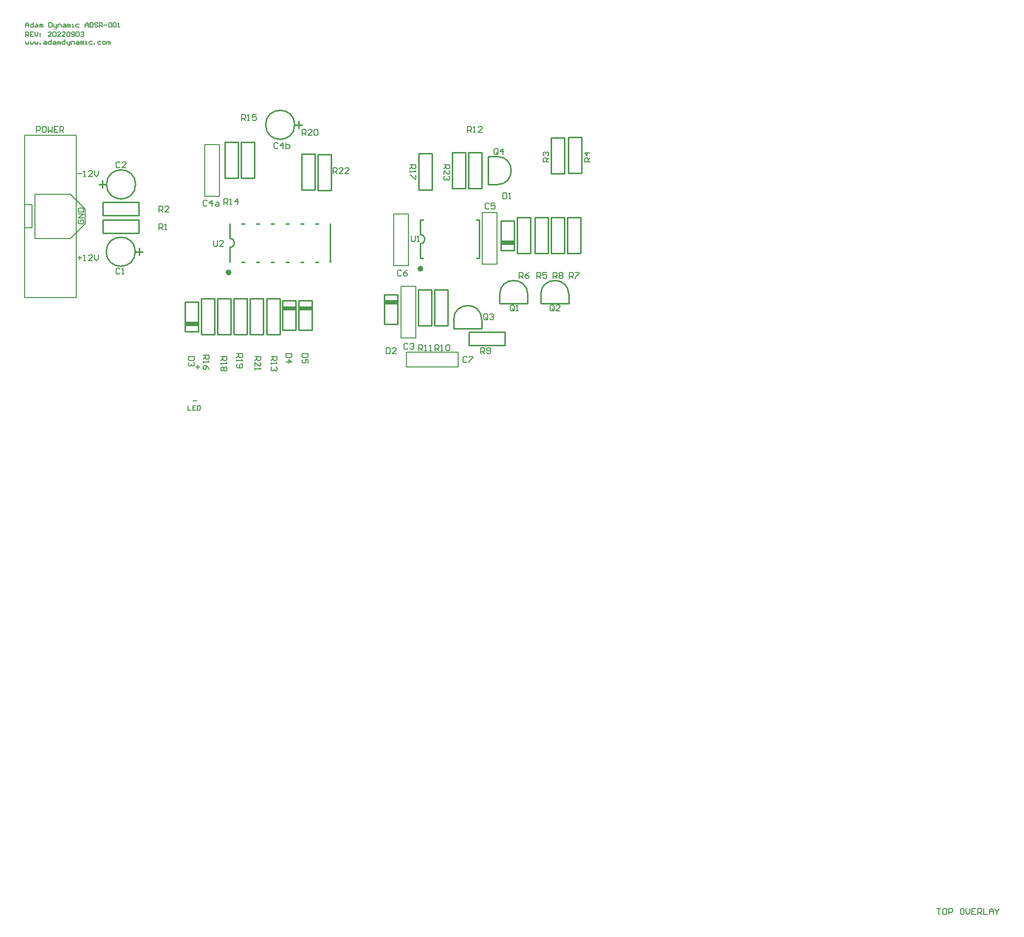
<source format=gto>
G04*
G04 #@! TF.GenerationSoftware,Altium Limited,Altium Designer,20.0.2 (26)*
G04*
G04 Layer_Color=65535*
%FSLAX43Y43*%
%MOMM*%
G71*
G01*
G75*
%ADD10C,0.508*%
%ADD11C,0.254*%
%ADD12C,0.200*%
%ADD13C,0.127*%
%ADD14C,0.150*%
D10*
X36068Y28448D02*
G03*
X36068Y28448I-254J0D01*
G01*
X69088Y29083D02*
G03*
X69088Y29083I-254J0D01*
G01*
D11*
X36068Y32766D02*
G03*
X36068Y34290I0J762D01*
G01*
X68834Y33401D02*
G03*
X68834Y34925I0J762D01*
G01*
X87297Y24641D02*
G03*
X82471Y24641I-2413J0D01*
G01*
X47204Y53848D02*
G03*
X47204Y53848I-2500J0D01*
G01*
X79375Y20320D02*
G03*
X74549Y20320I-2413J0D01*
G01*
X82042Y43561D02*
G03*
X82042Y48387I0J2413D01*
G01*
X19772Y32004D02*
G03*
X19772Y32004I-2500J0D01*
G01*
X19821Y43588D02*
G03*
X19821Y43588I-2500J0D01*
G01*
X94361Y24638D02*
G03*
X89535Y24638I-2413J0D01*
G01*
X84963Y32258D02*
Y37338D01*
X82677Y32258D02*
X84963D01*
X82677Y37338D02*
X84963D01*
X82677Y32258D02*
Y37338D01*
Y33846D02*
X84963D01*
X82677Y33591D02*
X84963D01*
X82677Y33338D02*
X84963D01*
X53340Y30226D02*
Y36830D01*
X48260Y30226D02*
X48768D01*
X50800D02*
X51308D01*
X43180D02*
X43688D01*
X45720D02*
X46228D01*
X38100D02*
X38608D01*
X40640D02*
X41148D01*
X48260Y36830D02*
X48768D01*
X50800D02*
X51308D01*
X43180D02*
X43688D01*
X45720D02*
X46228D01*
X40640D02*
X41148D01*
X38100D02*
X38608D01*
X36068Y34290D02*
Y36830D01*
Y30226D02*
Y32766D01*
X78994Y30861D02*
Y37465D01*
X68834Y30861D02*
X69342D01*
X78486D02*
X78994D01*
X78486Y37465D02*
X78994D01*
X68834D02*
X69342D01*
X68834Y34925D02*
Y37465D01*
Y30861D02*
Y33401D01*
X14172Y37472D02*
X20372D01*
Y35172D02*
Y37472D01*
X14172Y35172D02*
Y37472D01*
Y35172D02*
X20372D01*
X87297Y23117D02*
Y24641D01*
X82471Y23117D02*
Y24641D01*
Y23117D02*
X87297D01*
X47244Y53848D02*
X48514D01*
X47879Y53213D02*
Y54483D01*
X47879Y18542D02*
Y23622D01*
X50165D01*
X47879Y18542D02*
X50165D01*
Y23622D01*
X47879Y22035D02*
X50165D01*
X47879Y22288D02*
X50165D01*
X47879Y22542D02*
X50165D01*
X73540Y19252D02*
Y25452D01*
X71240Y19252D02*
X73540D01*
X71240Y25452D02*
X73540D01*
X71240Y19252D02*
Y25452D01*
X68446Y19252D02*
Y25452D01*
X70746D01*
X68446Y19252D02*
X70746D01*
Y25452D01*
X68573Y42691D02*
Y48891D01*
X70873D01*
X68573Y42691D02*
X70873D01*
Y48891D01*
X74549Y18796D02*
X79375D01*
X74549D02*
Y20320D01*
X79375Y18796D02*
Y20320D01*
X85464Y31698D02*
Y37898D01*
X87764D01*
X85464Y31698D02*
X87764D01*
Y37898D01*
X88512Y31698D02*
Y37898D01*
X90812D01*
X88512Y31698D02*
X90812D01*
Y37898D01*
X96595Y45551D02*
Y51751D01*
X94296Y45551D02*
X96595D01*
X94296Y51751D02*
X96596D01*
X94296Y45551D02*
Y51751D01*
X93606Y45414D02*
Y51614D01*
X91306Y45414D02*
X93606D01*
X91306Y51614D02*
X93606D01*
X91306Y45414D02*
Y51614D01*
X35172Y44652D02*
Y50852D01*
X37472D01*
X35172Y44652D02*
X37472D01*
Y50852D01*
X76588Y42874D02*
Y49074D01*
X74288Y42874D02*
X76588D01*
X74288Y49074D02*
X76588D01*
X74288Y42874D02*
Y49074D01*
X77082Y42874D02*
Y49074D01*
X79382D01*
X77082Y42874D02*
X79382D01*
Y49074D01*
X80518Y43561D02*
Y48387D01*
X82042D01*
X80518Y43561D02*
X82042D01*
X36696Y17728D02*
Y23928D01*
X38996D01*
X36696Y17728D02*
X38996D01*
Y23928D01*
X62611Y19558D02*
Y24638D01*
X64897D01*
X62611Y19558D02*
X64897D01*
Y24638D01*
X62611Y23051D02*
X64897D01*
X62611Y23305D02*
X64897D01*
X62611Y23559D02*
X64897D01*
X53474Y42552D02*
Y48752D01*
X51174Y42552D02*
X53474D01*
X51174Y48752D02*
X53474D01*
X51174Y42552D02*
Y48752D01*
X39490Y17728D02*
Y23928D01*
X41790D01*
X39490Y17728D02*
X41790D01*
Y23928D01*
X48380Y42620D02*
Y48820D01*
X50680D01*
X48380Y42620D02*
X50680D01*
Y48820D01*
X45085Y18542D02*
Y23622D01*
X47371D01*
X45085Y18542D02*
X47371D01*
Y23622D01*
X45085Y22035D02*
X47371D01*
X45085Y22288D02*
X47371D01*
X45085Y22542D02*
X47371D01*
X42343Y17728D02*
Y23928D01*
X44643D01*
X42343Y17728D02*
X44643D01*
Y23928D01*
X33902Y17728D02*
Y23928D01*
X36202D01*
X33902Y17728D02*
X36202D01*
Y23928D01*
X31108Y17728D02*
Y23928D01*
X33408D01*
X31108Y17728D02*
X33408D01*
Y23928D01*
X30607Y18288D02*
Y23368D01*
X28321Y18288D02*
X30607D01*
X28321Y23368D02*
X30607D01*
X28321Y18288D02*
Y23368D01*
Y19875D02*
X30607D01*
X28321Y19622D02*
X30607D01*
X28321Y19368D02*
X30607D01*
X20447Y31369D02*
Y32639D01*
X19812Y32004D02*
X21082D01*
X13511Y43588D02*
X14781D01*
X14146Y42953D02*
Y44223D01*
X14172Y38220D02*
X20372D01*
X14172D02*
Y40520D01*
X20372Y38220D02*
Y40520D01*
X14172D02*
X20372D01*
X77164Y18168D02*
X83364D01*
Y15868D02*
Y18168D01*
X77164Y15868D02*
Y18168D01*
Y15868D02*
X83364D01*
X89535Y23114D02*
X94361D01*
X89535D02*
Y24638D01*
X94361Y23114D02*
Y24638D01*
X91306Y31698D02*
Y37898D01*
X93606D01*
X91306Y31698D02*
X93606D01*
Y37898D01*
X94100Y31698D02*
Y37898D01*
X96400D01*
X94100Y31698D02*
X96400D01*
Y37898D01*
X40266Y44652D02*
Y50852D01*
X37966Y44652D02*
X40266D01*
X37966Y50852D02*
X40266D01*
X37966Y44652D02*
Y50852D01*
D12*
X79502Y29845D02*
Y38735D01*
Y29845D02*
X82042D01*
Y38735D01*
X79502D02*
X82042D01*
X68072Y17145D02*
Y26035D01*
X65532D02*
X68072D01*
X65532Y17145D02*
Y26035D01*
Y17145D02*
X68072D01*
X66421Y14732D02*
X75311D01*
X66421Y12192D02*
Y14732D01*
Y12192D02*
X75311D01*
Y14732D01*
X64262Y29591D02*
X66802D01*
X64262D02*
Y38481D01*
X66802D01*
Y29591D02*
Y38481D01*
X31750Y41529D02*
X34290D01*
X31750D02*
Y50419D01*
X34290D01*
Y41529D02*
Y50419D01*
D13*
X2540Y41910D02*
X6858D01*
X2540Y34290D02*
Y41910D01*
Y34290D02*
X8636D01*
X11176Y36830D01*
Y39370D01*
X8636Y41910D02*
X11176Y39370D01*
X6858Y41910D02*
X8636D01*
X754Y36100D02*
X2004D01*
Y40100D01*
X754D02*
X2004D01*
X9644Y24130D02*
Y52070D01*
X754D02*
X9644D01*
X754Y24130D02*
Y52070D01*
Y24130D02*
X9644D01*
D14*
X912Y70633D02*
Y71166D01*
X1179Y71432D01*
X1445Y71166D01*
Y70633D01*
Y71032D01*
X912D01*
X2245Y71432D02*
Y70633D01*
X1845D01*
X1712Y70766D01*
Y71032D01*
X1845Y71166D01*
X2245D01*
X2645D02*
X2911D01*
X3045Y71032D01*
Y70633D01*
X2645D01*
X2511Y70766D01*
X2645Y70899D01*
X3045D01*
X3311Y70633D02*
Y71166D01*
X3445D01*
X3578Y71032D01*
Y70633D01*
Y71032D01*
X3711Y71166D01*
X3844Y71032D01*
Y70633D01*
X4911Y71432D02*
Y70633D01*
X5311D01*
X5444Y70766D01*
Y71299D01*
X5311Y71432D01*
X4911D01*
X5710Y71166D02*
Y70766D01*
X5844Y70633D01*
X6244D01*
Y70499D01*
X6110Y70366D01*
X5977D01*
X6244Y70633D02*
Y71166D01*
X6510Y70633D02*
Y71166D01*
X6910D01*
X7043Y71032D01*
Y70633D01*
X7443Y71166D02*
X7710D01*
X7843Y71032D01*
Y70633D01*
X7443D01*
X7310Y70766D01*
X7443Y70899D01*
X7843D01*
X8110Y70633D02*
Y71166D01*
X8243D01*
X8376Y71032D01*
Y70633D01*
Y71032D01*
X8510Y71166D01*
X8643Y71032D01*
Y70633D01*
X8909D02*
X9176D01*
X9043D01*
Y71166D01*
X8909D01*
X10109D02*
X9709D01*
X9576Y71032D01*
Y70766D01*
X9709Y70633D01*
X10109D01*
X11175D02*
Y71166D01*
X11442Y71432D01*
X11709Y71166D01*
Y70633D01*
Y71032D01*
X11175D01*
X11975Y71432D02*
Y70633D01*
X12375D01*
X12508Y70766D01*
Y71299D01*
X12375Y71432D01*
X11975D01*
X13308Y71299D02*
X13175Y71432D01*
X12908D01*
X12775Y71299D01*
Y71166D01*
X12908Y71032D01*
X13175D01*
X13308Y70899D01*
Y70766D01*
X13175Y70633D01*
X12908D01*
X12775Y70766D01*
X13575Y70633D02*
Y71432D01*
X13974D01*
X14108Y71299D01*
Y71032D01*
X13974Y70899D01*
X13575D01*
X13841D02*
X14108Y70633D01*
X14374Y71032D02*
X14907D01*
X15174Y71299D02*
X15307Y71432D01*
X15574D01*
X15707Y71299D01*
Y70766D01*
X15574Y70633D01*
X15307D01*
X15174Y70766D01*
Y71299D01*
X15974D02*
X16107Y71432D01*
X16374D01*
X16507Y71299D01*
Y70766D01*
X16374Y70633D01*
X16107D01*
X15974Y70766D01*
Y71299D01*
X16774Y70633D02*
X17040D01*
X16907D01*
Y71432D01*
X16774Y71299D01*
X912Y69046D02*
Y69846D01*
X1312D01*
X1445Y69713D01*
Y69446D01*
X1312Y69313D01*
X912D01*
X1179D02*
X1445Y69046D01*
X2245Y69846D02*
X1712D01*
Y69046D01*
X2245D01*
X1712Y69446D02*
X1978D01*
X2511Y69846D02*
Y69313D01*
X2778Y69046D01*
X3045Y69313D01*
Y69846D01*
X3311Y69579D02*
X3445D01*
Y69446D01*
X3311D01*
Y69579D01*
Y69180D02*
X3445D01*
Y69046D01*
X3311D01*
Y69180D01*
X5311Y69046D02*
X4777D01*
X5311Y69579D01*
Y69713D01*
X5177Y69846D01*
X4911D01*
X4777Y69713D01*
X5577D02*
X5710Y69846D01*
X5977D01*
X6110Y69713D01*
Y69180D01*
X5977Y69046D01*
X5710D01*
X5577Y69180D01*
Y69713D01*
X6910Y69046D02*
X6377D01*
X6910Y69579D01*
Y69713D01*
X6777Y69846D01*
X6510D01*
X6377Y69713D01*
X7710Y69046D02*
X7177D01*
X7710Y69579D01*
Y69713D01*
X7577Y69846D01*
X7310D01*
X7177Y69713D01*
X7976D02*
X8110Y69846D01*
X8376D01*
X8510Y69713D01*
Y69180D01*
X8376Y69046D01*
X8110D01*
X7976Y69180D01*
Y69713D01*
X8776Y69180D02*
X8909Y69046D01*
X9176D01*
X9309Y69180D01*
Y69713D01*
X9176Y69846D01*
X8909D01*
X8776Y69713D01*
Y69579D01*
X8909Y69446D01*
X9309D01*
X9576Y69713D02*
X9709Y69846D01*
X9976D01*
X10109Y69713D01*
Y69180D01*
X9976Y69046D01*
X9709D01*
X9576Y69180D01*
Y69713D01*
X10376D02*
X10509Y69846D01*
X10775D01*
X10909Y69713D01*
Y69579D01*
X10775Y69446D01*
X10642D01*
X10775D01*
X10909Y69313D01*
Y69180D01*
X10775Y69046D01*
X10509D01*
X10376Y69180D01*
X912Y68260D02*
Y67860D01*
X1045Y67727D01*
X1179Y67860D01*
X1312Y67727D01*
X1445Y67860D01*
Y68260D01*
X1712D02*
Y67860D01*
X1845Y67727D01*
X1978Y67860D01*
X2112Y67727D01*
X2245Y67860D01*
Y68260D01*
X2511D02*
Y67860D01*
X2645Y67727D01*
X2778Y67860D01*
X2911Y67727D01*
X3045Y67860D01*
Y68260D01*
X3311Y67727D02*
Y67860D01*
X3445D01*
Y67727D01*
X3311D01*
X4111Y68260D02*
X4378D01*
X4511Y68126D01*
Y67727D01*
X4111D01*
X3978Y67860D01*
X4111Y67993D01*
X4511D01*
X5311Y68526D02*
Y67727D01*
X4911D01*
X4777Y67860D01*
Y68126D01*
X4911Y68260D01*
X5311D01*
X5710D02*
X5977D01*
X6110Y68126D01*
Y67727D01*
X5710D01*
X5577Y67860D01*
X5710Y67993D01*
X6110D01*
X6377Y67727D02*
Y68260D01*
X6510D01*
X6643Y68126D01*
Y67727D01*
Y68126D01*
X6777Y68260D01*
X6910Y68126D01*
Y67727D01*
X7710Y68526D02*
Y67727D01*
X7310D01*
X7177Y67860D01*
Y68126D01*
X7310Y68260D01*
X7710D01*
X7976D02*
Y67860D01*
X8110Y67727D01*
X8510D01*
Y67593D01*
X8376Y67460D01*
X8243D01*
X8510Y67727D02*
Y68260D01*
X8776Y67727D02*
Y68260D01*
X9176D01*
X9309Y68126D01*
Y67727D01*
X9709Y68260D02*
X9976D01*
X10109Y68126D01*
Y67727D01*
X9709D01*
X9576Y67860D01*
X9709Y67993D01*
X10109D01*
X10376Y67727D02*
Y68260D01*
X10509D01*
X10642Y68126D01*
Y67727D01*
Y68126D01*
X10775Y68260D01*
X10909Y68126D01*
Y67727D01*
X11175D02*
X11442D01*
X11309D01*
Y68260D01*
X11175D01*
X12375D02*
X11975D01*
X11842Y68126D01*
Y67860D01*
X11975Y67727D01*
X12375D01*
X12642D02*
Y67860D01*
X12775D01*
Y67727D01*
X12642D01*
X13841Y68260D02*
X13441D01*
X13308Y68126D01*
Y67860D01*
X13441Y67727D01*
X13841D01*
X14241D02*
X14508D01*
X14641Y67860D01*
Y68126D01*
X14508Y68260D01*
X14241D01*
X14108Y68126D01*
Y67860D01*
X14241Y67727D01*
X14907D02*
Y68260D01*
X15041D01*
X15174Y68126D01*
Y67727D01*
Y68126D01*
X15307Y68260D01*
X15441Y68126D01*
Y67727D01*
X28852Y5522D02*
Y4722D01*
X29385D01*
X30185Y5522D02*
X29652D01*
Y4722D01*
X30185D01*
X29652Y5122D02*
X29918D01*
X30451Y5522D02*
Y4722D01*
X30851D01*
X30985Y4855D01*
Y5388D01*
X30851Y5522D01*
X30451D01*
X9906Y30980D02*
X10572D01*
X10239Y31313D02*
Y30647D01*
X10906Y30480D02*
X11239D01*
X11072D01*
Y31480D01*
X10906Y31313D01*
X12405Y30480D02*
X11739D01*
X12405Y31146D01*
Y31313D01*
X12239Y31480D01*
X11905D01*
X11739Y31313D01*
X12738Y31480D02*
Y30813D01*
X13072Y30480D01*
X13405Y30813D01*
Y31480D01*
X10089Y37496D02*
X9922Y37330D01*
Y36997D01*
X10089Y36830D01*
X10755D01*
X10922Y36997D01*
Y37330D01*
X10755Y37496D01*
X10422D01*
Y37163D01*
X10922Y37830D02*
X9922D01*
X10922Y38496D01*
X9922D01*
Y38829D02*
X10922D01*
Y39329D01*
X10755Y39496D01*
X10089D01*
X9922Y39329D01*
Y38829D01*
X9906Y45458D02*
X10572D01*
X10906Y44958D02*
X11239D01*
X11072D01*
Y45958D01*
X10906Y45791D01*
X12405Y44958D02*
X11739D01*
X12405Y45624D01*
Y45791D01*
X12239Y45958D01*
X11905D01*
X11739Y45791D01*
X12738Y45958D02*
Y45291D01*
X13072Y44958D01*
X13405Y45291D01*
Y45958D01*
X157734Y-81042D02*
X158400D01*
X158067D01*
Y-82042D01*
X159234Y-81042D02*
X158900D01*
X158734Y-81209D01*
Y-81875D01*
X158900Y-82042D01*
X159234D01*
X159400Y-81875D01*
Y-81209D01*
X159234Y-81042D01*
X159733Y-82042D02*
Y-81042D01*
X160233D01*
X160400Y-81209D01*
Y-81542D01*
X160233Y-81709D01*
X159733D01*
X162233Y-81042D02*
X161899D01*
X161733Y-81209D01*
Y-81875D01*
X161899Y-82042D01*
X162233D01*
X162399Y-81875D01*
Y-81209D01*
X162233Y-81042D01*
X162732D02*
Y-81709D01*
X163066Y-82042D01*
X163399Y-81709D01*
Y-81042D01*
X164399D02*
X163732D01*
Y-82042D01*
X164399D01*
X163732Y-81542D02*
X164065D01*
X164732Y-82042D02*
Y-81042D01*
X165232D01*
X165398Y-81209D01*
Y-81542D01*
X165232Y-81709D01*
X164732D01*
X165065D02*
X165398Y-82042D01*
X165731Y-81042D02*
Y-82042D01*
X166398D01*
X166731D02*
Y-81376D01*
X167064Y-81042D01*
X167398Y-81376D01*
Y-82042D01*
Y-81542D01*
X166731D01*
X167731Y-81042D02*
Y-81209D01*
X168064Y-81542D01*
X168397Y-81209D01*
Y-81042D01*
X168064Y-81542D02*
Y-82042D01*
X29718Y6342D02*
X30384D01*
X30226Y12184D02*
X30892D01*
X30559Y12517D02*
Y11851D01*
X76866Y13787D02*
X76700Y13954D01*
X76367D01*
X76200Y13787D01*
Y13121D01*
X76367Y12954D01*
X76700D01*
X76866Y13121D01*
X77200Y13954D02*
X77866D01*
Y13787D01*
X77200Y13121D01*
Y12954D01*
X65571Y28676D02*
X65405Y28842D01*
X65071D01*
X64905Y28676D01*
Y28009D01*
X65071Y27842D01*
X65405D01*
X65571Y28009D01*
X66571Y28842D02*
X66238Y28676D01*
X65905Y28342D01*
Y28009D01*
X66071Y27842D01*
X66404D01*
X66571Y28009D01*
Y28176D01*
X66404Y28342D01*
X65905D01*
X80676Y40203D02*
X80510Y40370D01*
X80177D01*
X80010Y40203D01*
Y39537D01*
X80177Y39370D01*
X80510D01*
X80676Y39537D01*
X81676Y40370D02*
X81010D01*
Y39870D01*
X81343Y40036D01*
X81510D01*
X81676Y39870D01*
Y39537D01*
X81510Y39370D01*
X81176D01*
X81010Y39537D01*
X44338Y50617D02*
X44172Y50784D01*
X43839D01*
X43672Y50617D01*
Y49951D01*
X43839Y49784D01*
X44172D01*
X44338Y49951D01*
X45172Y49784D02*
Y50784D01*
X44672Y50284D01*
X45338D01*
X45671Y50784D02*
Y49784D01*
X46171D01*
X46338Y49951D01*
Y50117D01*
Y50284D01*
X46171Y50450D01*
X45671D01*
X32162Y40711D02*
X31996Y40878D01*
X31663D01*
X31496Y40711D01*
Y40045D01*
X31663Y39878D01*
X31996D01*
X32162Y40045D01*
X32996Y39878D02*
Y40878D01*
X32496Y40378D01*
X33162D01*
X33662Y40544D02*
X33995D01*
X34162Y40378D01*
Y39878D01*
X33662D01*
X33495Y40045D01*
X33662Y40211D01*
X34162D01*
X66706Y16073D02*
X66540Y16240D01*
X66207D01*
X66040Y16073D01*
Y15407D01*
X66207Y15240D01*
X66540D01*
X66706Y15407D01*
X67040Y16073D02*
X67206Y16240D01*
X67540D01*
X67706Y16073D01*
Y15906D01*
X67540Y15740D01*
X67373D01*
X67540D01*
X67706Y15573D01*
Y15407D01*
X67540Y15240D01*
X67206D01*
X67040Y15407D01*
X17176Y47315D02*
X17010Y47482D01*
X16677D01*
X16510Y47315D01*
Y46649D01*
X16677Y46482D01*
X17010D01*
X17176Y46649D01*
X18176Y46482D02*
X17510D01*
X18176Y47148D01*
Y47315D01*
X18010Y47482D01*
X17676D01*
X17510Y47315D01*
X17160Y29027D02*
X16994Y29194D01*
X16661D01*
X16494Y29027D01*
Y28361D01*
X16661Y28194D01*
X16994D01*
X17160Y28361D01*
X17494Y28194D02*
X17827D01*
X17660D01*
Y29194D01*
X17494Y29027D01*
X2794Y52550D02*
Y53550D01*
X3294D01*
X3460Y53383D01*
Y53050D01*
X3294Y52883D01*
X2794D01*
X4294Y53550D02*
X3960D01*
X3794Y53383D01*
Y52717D01*
X3960Y52550D01*
X4294D01*
X4460Y52717D01*
Y53383D01*
X4294Y53550D01*
X4793D02*
Y52550D01*
X5127Y52883D01*
X5460Y52550D01*
Y53550D01*
X6459D02*
X5793D01*
Y52550D01*
X6459D01*
X5793Y53050D02*
X6126D01*
X6793Y52550D02*
Y53550D01*
X7293D01*
X7459Y53383D01*
Y53050D01*
X7293Y52883D01*
X6793D01*
X7126D02*
X7459Y52550D01*
X84994Y22011D02*
Y22677D01*
X84828Y22844D01*
X84495D01*
X84328Y22677D01*
Y22011D01*
X84495Y21844D01*
X84828D01*
X84661Y22177D02*
X84994Y21844D01*
X84828D02*
X84994Y22011D01*
X85328Y21844D02*
X85661D01*
X85494D01*
Y22844D01*
X85328Y22677D01*
X91852Y22011D02*
Y22677D01*
X91686Y22844D01*
X91353D01*
X91186Y22677D01*
Y22011D01*
X91353Y21844D01*
X91686D01*
X91519Y22177D02*
X91852Y21844D01*
X91686D02*
X91852Y22011D01*
X92852Y21844D02*
X92186D01*
X92852Y22510D01*
Y22677D01*
X92686Y22844D01*
X92352D01*
X92186Y22677D01*
X80422Y20487D02*
Y21153D01*
X80256Y21320D01*
X79923D01*
X79756Y21153D01*
Y20487D01*
X79923Y20320D01*
X80256D01*
X80089Y20653D02*
X80422Y20320D01*
X80256D02*
X80422Y20487D01*
X80756Y21153D02*
X80922Y21320D01*
X81256D01*
X81422Y21153D01*
Y20986D01*
X81256Y20820D01*
X81089D01*
X81256D01*
X81422Y20653D01*
Y20487D01*
X81256Y20320D01*
X80922D01*
X80756Y20487D01*
X82200Y48935D02*
Y49601D01*
X82034Y49768D01*
X81701D01*
X81534Y49601D01*
Y48935D01*
X81701Y48768D01*
X82034D01*
X81867Y49101D02*
X82200Y48768D01*
X82034D02*
X82200Y48935D01*
X83034Y48768D02*
Y49768D01*
X82534Y49268D01*
X83200D01*
X23876Y35814D02*
Y36814D01*
X24376D01*
X24542Y36647D01*
Y36314D01*
X24376Y36147D01*
X23876D01*
X24209D02*
X24542Y35814D01*
X24876D02*
X25209D01*
X25042D01*
Y36814D01*
X24876Y36647D01*
X23876Y38862D02*
Y39862D01*
X24376D01*
X24542Y39695D01*
Y39362D01*
X24376Y39195D01*
X23876D01*
X24209D02*
X24542Y38862D01*
X25542D02*
X24876D01*
X25542Y39528D01*
Y39695D01*
X25376Y39862D01*
X25042D01*
X24876Y39695D01*
X90932Y47498D02*
X89932D01*
Y47998D01*
X90099Y48164D01*
X90432D01*
X90599Y47998D01*
Y47498D01*
Y47831D02*
X90932Y48164D01*
X90099Y48498D02*
X89932Y48664D01*
Y48998D01*
X90099Y49164D01*
X90266D01*
X90432Y48998D01*
Y48831D01*
Y48998D01*
X90599Y49164D01*
X90765D01*
X90932Y48998D01*
Y48664D01*
X90765Y48498D01*
X98044Y47498D02*
X97044D01*
Y47998D01*
X97211Y48164D01*
X97544D01*
X97711Y47998D01*
Y47498D01*
Y47831D02*
X98044Y48164D01*
Y48998D02*
X97044D01*
X97544Y48498D01*
Y49164D01*
X88900Y27432D02*
Y28432D01*
X89400D01*
X89566Y28265D01*
Y27932D01*
X89400Y27765D01*
X88900D01*
X89233D02*
X89566Y27432D01*
X90566Y28432D02*
X89900D01*
Y27932D01*
X90233Y28098D01*
X90400D01*
X90566Y27932D01*
Y27599D01*
X90400Y27432D01*
X90066D01*
X89900Y27599D01*
X85852Y27432D02*
Y28432D01*
X86352D01*
X86518Y28265D01*
Y27932D01*
X86352Y27765D01*
X85852D01*
X86185D02*
X86518Y27432D01*
X87518Y28432D02*
X87185Y28265D01*
X86852Y27932D01*
Y27599D01*
X87018Y27432D01*
X87352D01*
X87518Y27599D01*
Y27765D01*
X87352Y27932D01*
X86852D01*
X94488Y27432D02*
Y28432D01*
X94988D01*
X95154Y28265D01*
Y27932D01*
X94988Y27765D01*
X94488D01*
X94821D02*
X95154Y27432D01*
X95488Y28432D02*
X96154D01*
Y28265D01*
X95488Y27599D01*
Y27432D01*
X91694D02*
Y28432D01*
X92194D01*
X92360Y28265D01*
Y27932D01*
X92194Y27765D01*
X91694D01*
X92027D02*
X92360Y27432D01*
X92694Y28265D02*
X92860Y28432D01*
X93194D01*
X93360Y28265D01*
Y28098D01*
X93194Y27932D01*
X93360Y27765D01*
Y27599D01*
X93194Y27432D01*
X92860D01*
X92694Y27599D01*
Y27765D01*
X92860Y27932D01*
X92694Y28098D01*
Y28265D01*
X92860Y27932D02*
X93194D01*
X79248Y14478D02*
Y15478D01*
X79748D01*
X79914Y15311D01*
Y14978D01*
X79748Y14811D01*
X79248D01*
X79581D02*
X79914Y14478D01*
X80248Y14645D02*
X80414Y14478D01*
X80748D01*
X80914Y14645D01*
Y15311D01*
X80748Y15478D01*
X80414D01*
X80248Y15311D01*
Y15144D01*
X80414Y14978D01*
X80914D01*
X71374Y14986D02*
Y15986D01*
X71874D01*
X72040Y15819D01*
Y15486D01*
X71874Y15319D01*
X71374D01*
X71707D02*
X72040Y14986D01*
X72374D02*
X72707D01*
X72540D01*
Y15986D01*
X72374Y15819D01*
X73207D02*
X73373Y15986D01*
X73707D01*
X73873Y15819D01*
Y15153D01*
X73707Y14986D01*
X73373D01*
X73207Y15153D01*
Y15819D01*
X68580Y14986D02*
Y15986D01*
X69080D01*
X69246Y15819D01*
Y15486D01*
X69080Y15319D01*
X68580D01*
X68913D02*
X69246Y14986D01*
X69580D02*
X69913D01*
X69746D01*
Y15986D01*
X69580Y15819D01*
X70413Y14986D02*
X70746D01*
X70579D01*
Y15986D01*
X70413Y15819D01*
X76962Y52578D02*
Y53578D01*
X77462D01*
X77628Y53411D01*
Y53078D01*
X77462Y52911D01*
X76962D01*
X77295D02*
X77628Y52578D01*
X77962D02*
X78295D01*
X78128D01*
Y53578D01*
X77962Y53411D01*
X79461Y52578D02*
X78795D01*
X79461Y53244D01*
Y53411D01*
X79295Y53578D01*
X78961D01*
X78795Y53411D01*
X43180Y13970D02*
X44180D01*
Y13470D01*
X44013Y13304D01*
X43680D01*
X43513Y13470D01*
Y13970D01*
Y13637D02*
X43180Y13304D01*
Y12970D02*
Y12637D01*
Y12804D01*
X44180D01*
X44013Y12970D01*
Y12137D02*
X44180Y11971D01*
Y11637D01*
X44013Y11471D01*
X43846D01*
X43680Y11637D01*
Y11804D01*
Y11637D01*
X43513Y11471D01*
X43347D01*
X43180Y11637D01*
Y11971D01*
X43347Y12137D01*
X35052Y40132D02*
Y41132D01*
X35552D01*
X35718Y40965D01*
Y40632D01*
X35552Y40465D01*
X35052D01*
X35385D02*
X35718Y40132D01*
X36052D02*
X36385D01*
X36218D01*
Y41132D01*
X36052Y40965D01*
X37385Y40132D02*
Y41132D01*
X36885Y40632D01*
X37551D01*
X38100Y54610D02*
Y55610D01*
X38600D01*
X38766Y55443D01*
Y55110D01*
X38600Y54943D01*
X38100D01*
X38433D02*
X38766Y54610D01*
X39100D02*
X39433D01*
X39266D01*
Y55610D01*
X39100Y55443D01*
X40599Y55610D02*
X39933D01*
Y55110D01*
X40266Y55276D01*
X40433D01*
X40599Y55110D01*
Y54777D01*
X40433Y54610D01*
X40099D01*
X39933Y54777D01*
X31496Y14224D02*
X32496D01*
Y13724D01*
X32329Y13558D01*
X31996D01*
X31829Y13724D01*
Y14224D01*
Y13891D02*
X31496Y13558D01*
Y13224D02*
Y12891D01*
Y13058D01*
X32496D01*
X32329Y13224D01*
X32496Y11725D02*
X32329Y12058D01*
X31996Y12391D01*
X31663D01*
X31496Y12225D01*
Y11891D01*
X31663Y11725D01*
X31829D01*
X31996Y11891D01*
Y12391D01*
X67056Y46990D02*
X68056D01*
Y46490D01*
X67889Y46324D01*
X67556D01*
X67389Y46490D01*
Y46990D01*
Y46657D02*
X67056Y46324D01*
Y45990D02*
Y45657D01*
Y45824D01*
X68056D01*
X67889Y45990D01*
X68056Y45157D02*
Y44491D01*
X67889D01*
X67223Y45157D01*
X67056D01*
X34544Y13970D02*
X35544D01*
Y13470D01*
X35377Y13304D01*
X35044D01*
X34877Y13470D01*
Y13970D01*
Y13637D02*
X34544Y13304D01*
Y12970D02*
Y12637D01*
Y12804D01*
X35544D01*
X35377Y12970D01*
Y12137D02*
X35544Y11971D01*
Y11637D01*
X35377Y11471D01*
X35210D01*
X35044Y11637D01*
X34877Y11471D01*
X34711D01*
X34544Y11637D01*
Y11971D01*
X34711Y12137D01*
X34877D01*
X35044Y11971D01*
X35210Y12137D01*
X35377D01*
X35044Y11971D02*
Y11637D01*
X37211Y14478D02*
X38211D01*
Y13978D01*
X38044Y13812D01*
X37711D01*
X37544Y13978D01*
Y14478D01*
Y14145D02*
X37211Y13812D01*
Y13478D02*
Y13145D01*
Y13312D01*
X38211D01*
X38044Y13478D01*
X37378Y12645D02*
X37211Y12479D01*
Y12145D01*
X37378Y11979D01*
X38044D01*
X38211Y12145D01*
Y12479D01*
X38044Y12645D01*
X37877D01*
X37711Y12479D01*
Y11979D01*
X48514Y52070D02*
Y53070D01*
X49014D01*
X49180Y52903D01*
Y52570D01*
X49014Y52403D01*
X48514D01*
X48847D02*
X49180Y52070D01*
X50180D02*
X49514D01*
X50180Y52736D01*
Y52903D01*
X50014Y53070D01*
X49680D01*
X49514Y52903D01*
X50513D02*
X50680Y53070D01*
X51013D01*
X51180Y52903D01*
Y52237D01*
X51013Y52070D01*
X50680D01*
X50513Y52237D01*
Y52903D01*
X40386Y13970D02*
X41386D01*
Y13470D01*
X41219Y13304D01*
X40886D01*
X40719Y13470D01*
Y13970D01*
Y13637D02*
X40386Y13304D01*
Y12304D02*
Y12970D01*
X41052Y12304D01*
X41219D01*
X41386Y12470D01*
Y12804D01*
X41219Y12970D01*
X40386Y11971D02*
Y11637D01*
Y11804D01*
X41386D01*
X41219Y11971D01*
X53848Y45466D02*
Y46466D01*
X54348D01*
X54514Y46299D01*
Y45966D01*
X54348Y45799D01*
X53848D01*
X54181D02*
X54514Y45466D01*
X55514D02*
X54848D01*
X55514Y46132D01*
Y46299D01*
X55348Y46466D01*
X55014D01*
X54848Y46299D01*
X56514Y45466D02*
X55847D01*
X56514Y46132D01*
Y46299D01*
X56347Y46466D01*
X56014D01*
X55847Y46299D01*
X72898Y46990D02*
X73898D01*
Y46490D01*
X73731Y46324D01*
X73398D01*
X73231Y46490D01*
Y46990D01*
Y46657D02*
X72898Y46324D01*
Y45324D02*
Y45990D01*
X73564Y45324D01*
X73731D01*
X73898Y45491D01*
Y45824D01*
X73731Y45990D01*
Y44991D02*
X73898Y44824D01*
Y44491D01*
X73731Y44324D01*
X73564D01*
X73398Y44491D01*
Y44657D01*
Y44491D01*
X73231Y44324D01*
X73065D01*
X72898Y44491D01*
Y44824D01*
X73065Y44991D01*
X67310Y34782D02*
Y33949D01*
X67477Y33782D01*
X67810D01*
X67976Y33949D01*
Y34782D01*
X68310Y33782D02*
X68643D01*
X68476D01*
Y34782D01*
X68310Y34615D01*
X33274Y33893D02*
Y33060D01*
X33441Y32893D01*
X33774D01*
X33940Y33060D01*
Y33893D01*
X34940Y32893D02*
X34274D01*
X34940Y33559D01*
Y33726D01*
X34774Y33893D01*
X34440D01*
X34274Y33726D01*
X83058Y42148D02*
Y41148D01*
X83558D01*
X83724Y41315D01*
Y41981D01*
X83558Y42148D01*
X83058D01*
X84058Y41148D02*
X84391D01*
X84224D01*
Y42148D01*
X84058Y41981D01*
X62992Y15478D02*
Y14478D01*
X63492D01*
X63658Y14645D01*
Y15311D01*
X63492Y15478D01*
X62992D01*
X64658Y14478D02*
X63992D01*
X64658Y15144D01*
Y15311D01*
X64492Y15478D01*
X64158D01*
X63992Y15311D01*
X29956Y13970D02*
X28956D01*
Y13470D01*
X29123Y13304D01*
X29789D01*
X29956Y13470D01*
Y13970D01*
X29789Y12970D02*
X29956Y12804D01*
Y12470D01*
X29789Y12304D01*
X29622D01*
X29456Y12470D01*
Y12637D01*
Y12470D01*
X29289Y12304D01*
X29123D01*
X28956Y12470D01*
Y12804D01*
X29123Y12970D01*
X46720Y14478D02*
X45720D01*
Y13978D01*
X45887Y13812D01*
X46553D01*
X46720Y13978D01*
Y14478D01*
X45720Y12979D02*
X46720D01*
X46220Y13478D01*
Y12812D01*
X49514Y14478D02*
X48514D01*
Y13978D01*
X48681Y13812D01*
X49347D01*
X49514Y13978D01*
Y14478D01*
Y12812D02*
Y13478D01*
X49014D01*
X49180Y13145D01*
Y12979D01*
X49014Y12812D01*
X48681D01*
X48514Y12979D01*
Y13312D01*
X48681Y13478D01*
M02*

</source>
